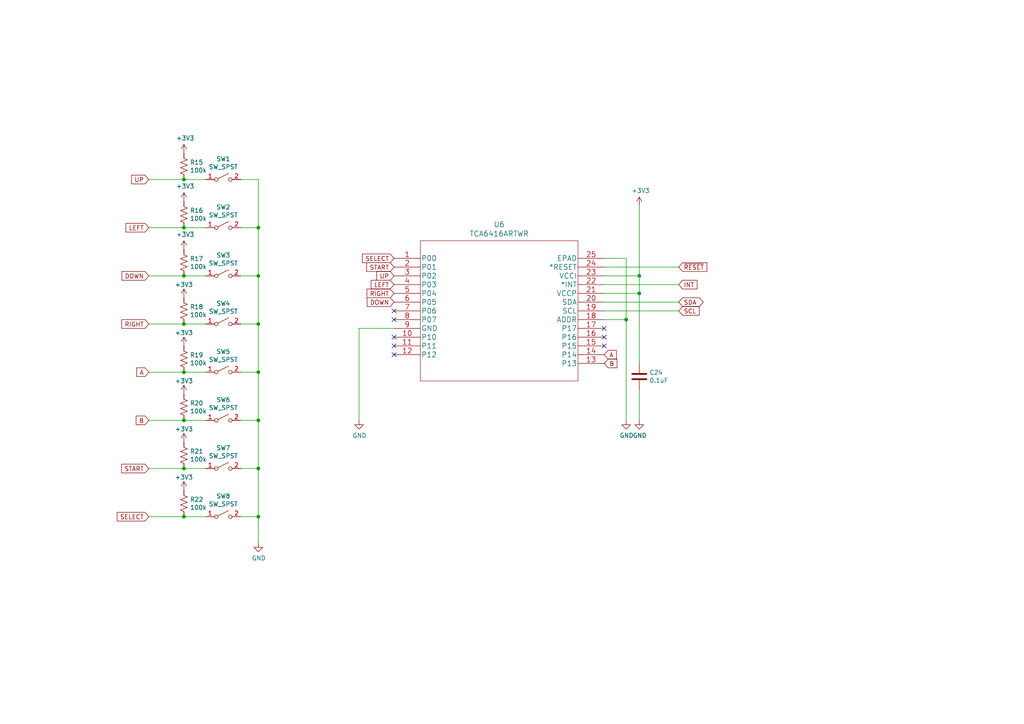
<source format=kicad_sch>
(kicad_sch (version 20231120) (generator "eeschema") (generator_version "8.0")
  (paper "A4")
  (lib_symbols
    (symbol "Device:C" (pin_numbers hide) (pin_names (offset 0.254))
      (property "Reference" "C" (at 0.635 2.54 0))
      (property "Value" "C" (at 0.635 -2.54 0))
      (symbol "C_0_1"
        (polyline (pts (xy -2.032 -0.762) (xy 2.032 -0.762)) (stroke (width 0.508)))
        (polyline (pts (xy -2.032 0.762) (xy 2.032 0.762)) (stroke (width 0.508)))
      )
      (symbol "C_1_1"
        (pin passive line (at 0 3.81 270) (length 2.794) (name "~") (number "1"))
        (pin passive line (at 0 -3.81 90) (length 2.794) (name "~") (number "2"))
      )
    )
    (symbol "Device:R_US" (pin_numbers hide) (pin_names (offset 0))
      (property "Reference" "R" (at 2.54 0 90))
      (property "Value" "R_US" (at -2.54 0 90))
      (symbol "R_US_0_1"
        (polyline (pts (xy 0 -2.286) (xy 0 -2.54)))
        (polyline (pts (xy 0 2.286) (xy 0 2.54)))
        (polyline (pts (xy 0 -0.762) (xy 1.016 -1.143) (xy 0 -1.524) (xy -1.016 -1.905) (xy 0 -2.286)))
        (polyline (pts (xy 0 0.762) (xy 1.016 0.381) (xy 0 0) (xy -1.016 -0.381) (xy 0 -0.762)))
        (polyline (pts (xy 0 2.286) (xy 1.016 1.905) (xy 0 1.524) (xy -1.016 1.143) (xy 0 0.762)))
      )
      (symbol "R_US_1_1"
        (pin passive line (at 0 3.81 270) (length 1.27) (name "~") (number "1"))
        (pin passive line (at 0 -3.81 90) (length 1.27) (name "~") (number "2"))
      )
    )
    (symbol "Switch:SW_SPST" (pin_names (offset 0) hide)
      (property "Reference" "SW" (at 0 3.175 0))
      (property "Value" "SW_SPST" (at 0 -2.54 0))
      (symbol "SW_SPST_0_0"
        (circle (center -2.032 0) (radius 0.508))
        (polyline (pts (xy -1.524 0.254) (xy 1.524 1.778)))
        (circle (center 2.032 0) (radius 0.508))
      )
      (symbol "SW_SPST_1_1"
        (pin passive line (at -5.08 0 0) (length 2.54) (name "A") (number "1"))
        (pin passive line (at 5.08 0 180) (length 2.54) (name "B") (number "2"))
      )
    )
    (symbol "TCA6416ARTWR:TCA6416ARTWR" (pin_names (offset 0.254))
      (property "Reference" "U" (at 30.48 10.16 0))
      (property "Value" "TCA6416ARTWR" (at 30.48 7.62 0))
      (symbol "TCA6416ARTWR_1_1"
        (polyline (pts (xy 7.62 -35.56) (xy 53.34 -35.56)) (stroke (width 0.127)))
        (polyline (pts (xy 7.62 5.08) (xy 7.62 -35.56)) (stroke (width 0.127)))
        (polyline (pts (xy 53.34 -35.56) (xy 53.34 5.08)) (stroke (width 0.127)))
        (polyline (pts (xy 53.34 5.08) (xy 7.62 5.08)) (stroke (width 0.127)))
        (pin output line (at 0 0 0) (length 7.62) (name "P00") (number "1"))
        (pin output line (at 0 -22.86 0) (length 7.62) (name "P10") (number "10"))
        (pin output line (at 0 -25.4 0) (length 7.62) (name "P11") (number "11"))
        (pin power_in line (at 0 -27.94 0) (length 7.62) (name "P12") (number "12"))
        (pin output line (at 60.96 -30.48 180) (length 7.62) (name "P13") (number "13"))
        (pin output line (at 60.96 -27.94 180) (length 7.62) (name "P14") (number "14"))
        (pin output line (at 60.96 -25.4 180) (length 7.62) (name "P15") (number "15"))
        (pin output line (at 60.96 -22.86 180) (length 7.62) (name "P16") (number "16"))
        (pin output line (at 60.96 -20.32 180) (length 7.62) (name "P17") (number "17"))
        (pin unspecified line (at 60.96 -17.78 180) (length 7.62) (name "ADDR") (number "18"))
        (pin unspecified line (at 60.96 -15.24 180) (length 7.62) (name "SCL") (number "19"))
        (pin output line (at 0 -2.54 0) (length 7.62) (name "P01") (number "2"))
        (pin unspecified line (at 60.96 -12.7 180) (length 7.62) (name "SDA") (number "20"))
        (pin power_in line (at 60.96 -10.16 180) (length 7.62) (name "VCCP") (number "21"))
        (pin output line (at 60.96 -7.62 180) (length 7.62) (name "*INT") (number "22"))
        (pin power_in line (at 60.96 -5.08 180) (length 7.62) (name "VCCI") (number "23"))
        (pin input line (at 60.96 -2.54 180) (length 7.62) (name "*RESET") (number "24"))
        (pin unspecified line (at 60.96 0 180) (length 7.62) (name "EPAD") (number "25"))
        (pin output line (at 0 -5.08 0) (length 7.62) (name "P02") (number "3"))
        (pin output line (at 0 -7.62 0) (length 7.62) (name "P03") (number "4"))
        (pin output line (at 0 -10.16 0) (length 7.62) (name "P04") (number "5"))
        (pin output line (at 0 -12.7 0) (length 7.62) (name "P05") (number "6"))
        (pin output line (at 0 -15.24 0) (length 7.62) (name "P06") (number "7"))
        (pin output line (at 0 -17.78 0) (length 7.62) (name "P07") (number "8"))
        (pin power_in line (at 0 -20.32 0) (length 7.62) (name "GND") (number "9"))
      )
    )
    (symbol "microgame2-rescue:+3.3V-power" (power) (pin_names (offset 0))
      (property "Value" "+3.3V-power" (at 0 3.556 0))
      (symbol "+3.3V-power_0_1"
        (polyline (pts (xy -0.762 1.27) (xy 0 2.54)))
        (polyline (pts (xy 0 0) (xy 0 2.54)))
        (polyline (pts (xy 0 2.54) (xy 0.762 1.27)))
      )
      (symbol "+3.3V-power_1_1"
        (pin power_in line (at 0 0 90) (length 0) hide (name "+3V3") (number "1"))
      )
    )
    (symbol "power:GND" (power) (pin_names (offset 0))
      (property "Value" "GND" (at 0 -3.81 0))
      (symbol "GND_0_1"
        (polyline (pts (xy 0 0) (xy 0 -1.27) (xy 1.27 -1.27) (xy 0 -2.54) (xy -1.27 -1.27) (xy 0 -1.27)))
      )
      (symbol "GND_1_1"
        (pin power_in line (at 0 0 270) (length 0) hide (name "GND") (number "1"))
      )
    )
  )
  (junction (at 74.93 135.89))
  (junction (at 53.34 93.98))
  (junction (at 53.34 149.86))
  (junction (at 74.93 66.04))
  (junction (at 74.93 93.98))
  (junction (at 53.34 52.07))
  (junction (at 74.93 149.86))
  (junction (at 53.34 121.92))
  (junction (at 185.42 80.01))
  (junction (at 74.93 107.95))
  (junction (at 53.34 135.89))
  (junction (at 53.34 80.01))
  (junction (at 181.61 92.71))
  (junction (at 53.34 107.95))
  (junction (at 53.34 66.04))
  (junction (at 74.93 80.01))
  (junction (at 185.42 85.09))
  (junction (at 74.93 121.92))
  (no_connect (at 175.26 95.25))
  (no_connect (at 114.3 102.87))
  (no_connect (at 114.3 90.17))
  (no_connect (at 175.26 100.33))
  (no_connect (at 175.26 97.79))
  (no_connect (at 114.3 100.33))
  (no_connect (at 114.3 97.79))
  (no_connect (at 114.3 92.71))
  (wire (pts (xy 114.3 95.25) (xy 104.14 95.25)))
  (wire (pts (xy 69.85 80.01) (xy 74.93 80.01)))
  (wire (pts (xy 74.93 149.86) (xy 74.93 157.48)))
  (wire (pts (xy 74.93 66.04) (xy 74.93 80.01)))
  (wire (pts (xy 53.34 93.98) (xy 59.69 93.98)))
  (wire (pts (xy 185.42 80.01) (xy 185.42 59.69)))
  (wire (pts (xy 53.34 135.89) (xy 59.69 135.89)))
  (wire (pts (xy 175.26 80.01) (xy 185.42 80.01)))
  (wire (pts (xy 53.34 52.07) (xy 59.69 52.07)))
  (wire (pts (xy 74.93 107.95) (xy 74.93 121.92)))
  (wire (pts (xy 175.26 82.55) (xy 196.85 82.55)))
  (wire (pts (xy 69.85 149.86) (xy 74.93 149.86)))
  (wire (pts (xy 43.18 121.92) (xy 53.34 121.92)))
  (wire (pts (xy 69.85 107.95) (xy 74.93 107.95)))
  (wire (pts (xy 43.18 80.01) (xy 53.34 80.01)))
  (wire (pts (xy 175.26 85.09) (xy 185.42 85.09)))
  (wire (pts (xy 104.14 95.25) (xy 104.14 121.92)))
  (wire (pts (xy 185.42 85.09) (xy 185.42 80.01)))
  (wire (pts (xy 69.85 52.07) (xy 74.93 52.07)))
  (wire (pts (xy 181.61 92.71) (xy 181.61 121.92)))
  (wire (pts (xy 43.18 149.86) (xy 53.34 149.86)))
  (wire (pts (xy 53.34 80.01) (xy 59.69 80.01)))
  (wire (pts (xy 43.18 66.04) (xy 53.34 66.04)))
  (wire (pts (xy 43.18 135.89) (xy 53.34 135.89)))
  (wire (pts (xy 69.85 135.89) (xy 74.93 135.89)))
  (wire (pts (xy 53.34 107.95) (xy 59.69 107.95)))
  (wire (pts (xy 53.34 66.04) (xy 59.69 66.04)))
  (wire (pts (xy 175.26 90.17) (xy 196.85 90.17)))
  (wire (pts (xy 175.26 77.47) (xy 196.85 77.47)))
  (wire (pts (xy 185.42 85.09) (xy 185.42 105.41)))
  (wire (pts (xy 175.26 74.93) (xy 181.61 74.93)))
  (wire (pts (xy 43.18 107.95) (xy 53.34 107.95)))
  (wire (pts (xy 53.34 149.86) (xy 59.69 149.86)))
  (wire (pts (xy 175.26 92.71) (xy 181.61 92.71)))
  (wire (pts (xy 74.93 121.92) (xy 74.93 135.89)))
  (wire (pts (xy 74.93 80.01) (xy 74.93 93.98)))
  (wire (pts (xy 175.26 87.63) (xy 196.85 87.63)))
  (wire (pts (xy 43.18 93.98) (xy 53.34 93.98)))
  (wire (pts (xy 43.18 52.07) (xy 53.34 52.07)))
  (wire (pts (xy 181.61 74.93) (xy 181.61 92.71)))
  (wire (pts (xy 69.85 121.92) (xy 74.93 121.92)))
  (wire (pts (xy 53.34 121.92) (xy 59.69 121.92)))
  (wire (pts (xy 74.93 52.07) (xy 74.93 66.04)))
  (wire (pts (xy 74.93 135.89) (xy 74.93 149.86)))
  (wire (pts (xy 74.93 93.98) (xy 74.93 107.95)))
  (wire (pts (xy 185.42 113.03) (xy 185.42 121.92)))
  (wire (pts (xy 74.93 93.98) (xy 69.85 93.98)))
  (wire (pts (xy 69.85 66.04) (xy 74.93 66.04)))
  (global_label "SELECT" (shape input) (at 43.18 149.86 180) (property "Intersheetrefs" "${INTERSHEET_REFS}" (effects (hide yes))))
  (global_label "B" (shape input) (at 175.26 105.41 0) (property "Intersheetrefs" "${INTERSHEET_REFS}" (effects (hide yes))))
  (global_label "START" (shape input) (at 114.3 77.47 180) (property "Intersheetrefs" "${INTERSHEET_REFS}" (effects (hide yes))))
  (global_label "SCL" (shape input) (at 196.85 90.17 0) (property "Intersheetrefs" "${INTERSHEET_REFS}" (effects (hide yes))))
  (global_label "UP" (shape input) (at 43.18 52.07 180) (property "Intersheetrefs" "${INTERSHEET_REFS}" (effects (hide yes))))
  (global_label "B" (shape input) (at 43.18 121.92 180) (property "Intersheetrefs" "${INTERSHEET_REFS}" (effects (hide yes))))
  (global_label "LEFT" (shape input) (at 114.3 82.55 180) (property "Intersheetrefs" "${INTERSHEET_REFS}" (effects (hide yes))))
  (global_label "A" (shape input) (at 43.18 107.95 180) (property "Intersheetrefs" "${INTERSHEET_REFS}" (effects (hide yes))))
  (global_label "DOWN" (shape input) (at 114.3 87.63 180) (property "Intersheetrefs" "${INTERSHEET_REFS}" (effects (hide yes))))
  (global_label "~{RESET}" (shape input) (at 196.85 77.47 0) (property "Intersheetrefs" "${INTERSHEET_REFS}" (effects (hide yes))))
  (global_label "UP" (shape input) (at 114.3 80.01 180) (property "Intersheetrefs" "${INTERSHEET_REFS}" (effects (hide yes))))
  (global_label "RIGHT" (shape input) (at 114.3 85.09 180) (property "Intersheetrefs" "${INTERSHEET_REFS}" (effects (hide yes))))
  (global_label "DOWN" (shape input) (at 43.18 80.01 180) (property "Intersheetrefs" "${INTERSHEET_REFS}" (effects (hide yes))))
  (global_label "RIGHT" (shape input) (at 43.18 93.98 180) (property "Intersheetrefs" "${INTERSHEET_REFS}" (effects (hide yes))))
  (global_label "SELECT" (shape input) (at 114.3 74.93 180) (property "Intersheetrefs" "${INTERSHEET_REFS}" (effects (hide yes))))
  (global_label "SDA" (shape bidirectional) (at 196.85 87.63 0) (property "Intersheetrefs" "${INTERSHEET_REFS}" (effects (hide yes))))
  (global_label "LEFT" (shape input) (at 43.18 66.04 180) (property "Intersheetrefs" "${INTERSHEET_REFS}" (effects (hide yes))))
  (global_label "INT" (shape input) (at 196.85 82.55 0) (property "Intersheetrefs" "${INTERSHEET_REFS}" (effects (hide yes))))
  (global_label "A" (shape input) (at 175.26 102.87 0) (property "Intersheetrefs" "${INTERSHEET_REFS}" (effects (hide yes))))
  (global_label "START" (shape input) (at 43.18 135.89 180) (property "Intersheetrefs" "${INTERSHEET_REFS}" (effects (hide yes))))
  (symbol (lib_id "Switch:SW_SPST") (at 64.77 52.07 0) (unit 1)
    (property "Reference" "SW1" (at 64.77 46.101 0))
    (property "Value" "SW_SPST" (at 64.77 48.4124 0))
    (property "Footprint" "Buttons:Button_Pad" (effects (hide yes)))
  )
  (symbol (lib_id "Switch:SW_SPST") (at 64.77 66.04 0) (unit 1)
    (property "Reference" "SW2" (at 64.77 60.071 0))
    (property "Value" "SW_SPST" (at 64.77 62.3824 0))
    (property "Footprint" "Buttons:Button_Pad" (effects (hide yes)))
  )
  (symbol (lib_id "Switch:SW_SPST") (at 64.77 80.01 0) (unit 1)
    (property "Reference" "SW3" (at 64.77 74.041 0))
    (property "Value" "SW_SPST" (at 64.77 76.3524 0))
    (property "Footprint" "Buttons:Button_Pad" (effects (hide yes)))
  )
  (symbol (lib_id "Switch:SW_SPST") (at 64.77 93.98 0) (unit 1)
    (property "Reference" "SW4" (at 64.77 88.011 0))
    (property "Value" "SW_SPST" (at 64.77 90.3224 0))
    (property "Footprint" "Buttons:Button_Pad" (effects (hide yes)))
  )
  (symbol (lib_id "Switch:SW_SPST") (at 64.77 107.95 0) (unit 1)
    (property "Reference" "SW5" (at 64.77 101.981 0))
    (property "Value" "SW_SPST" (at 64.77 104.2924 0))
    (property "Footprint" "Buttons:Button_Pad" (effects (hide yes)))
  )
  (symbol (lib_id "Switch:SW_SPST") (at 64.77 121.92 0) (unit 1)
    (property "Reference" "SW6" (at 64.77 115.951 0))
    (property "Value" "SW_SPST" (at 64.77 118.2624 0))
    (property "Footprint" "Buttons:Button_Pad" (effects (hide yes)))
  )
  (symbol (lib_id "Device:R_US") (at 53.34 48.26 0) (unit 1)
    (property "Reference" "R15" (at 55.0672 47.0916 0) (effects (justify left)))
    (property "Value" "100k" (at 55.0672 49.403 0) (effects (justify left)))
    (property "Footprint" "Resistor_SMD:R_0402_1005Metric" (effects (hide yes)))
  )
  (symbol (lib_id "Switch:SW_SPST") (at 64.77 135.89 0) (unit 1)
    (property "Reference" "SW7" (at 64.77 129.921 0))
    (property "Value" "SW_SPST" (at 64.77 132.2324 0))
    (property "Footprint" "Buttons:Button_Pad" (effects (hide yes)))
  )
  (symbol (lib_id "Switch:SW_SPST") (at 64.77 149.86 0) (unit 1)
    (property "Reference" "SW8" (at 64.77 143.891 0))
    (property "Value" "SW_SPST" (at 64.77 146.2024 0))
    (property "Footprint" "Buttons:Button_Pad" (effects (hide yes)))
  )
  (symbol (lib_id "power:GND") (at 74.93 157.48 0) (unit 1)
    (property "Reference" "#PWR0110" (effects (hide yes)))
    (property "Value" "GND" (at 75.057 161.8742 0))
  )
  (symbol (lib_id "Device:R_US") (at 53.34 62.23 0) (unit 1)
    (property "Reference" "R16" (at 55.0672 61.0616 0) (effects (justify left)))
    (property "Value" "100k" (at 55.0672 63.373 0) (effects (justify left)))
    (property "Footprint" "Resistor_SMD:R_0402_1005Metric" (effects (hide yes)))
  )
  (symbol (lib_id "microgame2-rescue:+3.3V-power") (at 53.34 44.45 0) (unit 1)
    (property "Reference" "#PWR0111" (effects (hide yes)))
    (property "Value" "+3V3" (at 53.721 40.0558 0))
  )
  (symbol (lib_id "microgame2-rescue:+3.3V-power") (at 53.34 58.42 0) (unit 1)
    (property "Reference" "#PWR0112" (effects (hide yes)))
    (property "Value" "+3V3" (at 53.721 54.0258 0))
  )
  (symbol (lib_id "Device:R_US") (at 53.34 76.2 0) (unit 1)
    (property "Reference" "R17" (at 55.0672 75.0316 0) (effects (justify left)))
    (property "Value" "100k" (at 55.0672 77.343 0) (effects (justify left)))
    (property "Footprint" "Resistor_SMD:R_0402_1005Metric" (effects (hide yes)))
  )
  (symbol (lib_id "microgame2-rescue:+3.3V-power") (at 53.34 72.39 0) (unit 1)
    (property "Reference" "#PWR0113" (effects (hide yes)))
    (property "Value" "+3V3" (at 53.721 67.9958 0))
  )
  (symbol (lib_id "microgame2-rescue:+3.3V-power") (at 53.34 86.36 0) (unit 1)
    (property "Reference" "#PWR0114" (effects (hide yes)))
    (property "Value" "+3V3" (at 53.34 82.55 0))
  )
  (symbol (lib_id "Device:R_US") (at 53.34 90.17 0) (unit 1)
    (property "Reference" "R18" (at 55.0672 89.0016 0) (effects (justify left)))
    (property "Value" "100k" (at 55.0672 91.313 0) (effects (justify left)))
    (property "Footprint" "Resistor_SMD:R_0402_1005Metric" (effects (hide yes)))
  )
  (symbol (lib_id "Device:R_US") (at 53.34 104.14 0) (unit 1)
    (property "Reference" "R19" (at 55.0672 102.9716 0) (effects (justify left)))
    (property "Value" "100k" (at 55.0672 105.283 0) (effects (justify left)))
    (property "Footprint" "Resistor_SMD:R_0402_1005Metric" (effects (hide yes)))
  )
  (symbol (lib_id "microgame2-rescue:+3.3V-power") (at 53.34 100.33 0) (unit 1)
    (property "Reference" "#PWR0115" (effects (hide yes)))
    (property "Value" "+3V3" (at 53.34 96.52 0))
  )
  (symbol (lib_id "Device:R_US") (at 53.34 118.11 0) (unit 1)
    (property "Reference" "R20" (at 55.0672 116.9416 0) (effects (justify left)))
    (property "Value" "100k" (at 55.0672 119.253 0) (effects (justify left)))
    (property "Footprint" "Resistor_SMD:R_0402_1005Metric" (effects (hide yes)))
  )
  (symbol (lib_id "microgame2-rescue:+3.3V-power") (at 53.34 114.3 0) (unit 1)
    (property "Reference" "#PWR0116" (effects (hide yes)))
    (property "Value" "+3V3" (at 53.34 110.49 0))
  )
  (symbol (lib_id "microgame2-rescue:+3.3V-power") (at 53.34 128.27 0) (unit 1)
    (property "Reference" "#PWR0117" (effects (hide yes)))
    (property "Value" "+3V3" (at 53.34 124.46 0))
  )
  (symbol (lib_id "Device:R_US") (at 53.34 132.08 0) (unit 1)
    (property "Reference" "R21" (at 55.0672 130.9116 0) (effects (justify left)))
    (property "Value" "100k" (at 55.0672 133.223 0) (effects (justify left)))
    (property "Footprint" "Resistor_SMD:R_0402_1005Metric" (effects (hide yes)))
  )
  (symbol (lib_id "microgame2-rescue:+3.3V-power") (at 53.34 142.24 0) (unit 1)
    (property "Reference" "#PWR0118" (effects (hide yes)))
    (property "Value" "+3V3" (at 53.34 138.43 0))
  )
  (symbol (lib_id "Device:R_US") (at 53.34 146.05 0) (unit 1)
    (property "Reference" "R22" (at 55.0672 144.8816 0) (effects (justify left)))
    (property "Value" "100k" (at 55.0672 147.193 0) (effects (justify left)))
    (property "Footprint" "Resistor_SMD:R_0402_1005Metric" (effects (hide yes)))
  )
  (symbol (lib_id "Device:C") (at 185.42 109.22 0) (unit 1)
    (property "Reference" "C24" (at 188.341 108.0516 0) (effects (justify left)))
    (property "Value" "0.1uF" (at 188.341 110.363 0) (effects (justify left)))
    (property "Footprint" "Capacitor_SMD:C_0402_1005Metric" (effects (hide yes)))
  )
  (symbol (lib_id "power:GND") (at 185.42 121.92 0) (unit 1)
    (property "Reference" "#PWR015" (effects (hide yes)))
    (property "Value" "GND" (at 185.547 126.3142 0))
  )
  (symbol (lib_id "TCA6416ARTWR:TCA6416ARTWR") (at 114.3 74.93 0) (unit 1)
    (property "Reference" "U6" (at 144.78 65.1002 0) (effects (font (size 1.524 1.524))))
    (property "Value" "TCA6416ARTWR" (at 144.78 67.7926 0) (effects (font (size 1.524 1.524))))
    (property "Footprint" "Digi-Key:TCA6416ARTWR" (effects (hide yes)))
  )
  (symbol (lib_id "power:GND") (at 104.14 121.92 0) (unit 1)
    (property "Reference" "#PWR034" (effects (hide yes)))
    (property "Value" "GND" (at 104.267 126.3142 0))
  )
  (symbol (lib_id "microgame2-rescue:+3.3V-power") (at 185.42 59.69 0) (unit 1)
    (property "Reference" "#PWR036" (effects (hide yes)))
    (property "Value" "+3V3" (at 185.801 55.2958 0))
  )
  (symbol (lib_id "power:GND") (at 181.61 121.92 0) (unit 1)
    (property "Reference" "#PWR035" (effects (hide yes)))
    (property "Value" "GND" (at 181.737 126.3142 0))
  )
)
</source>
